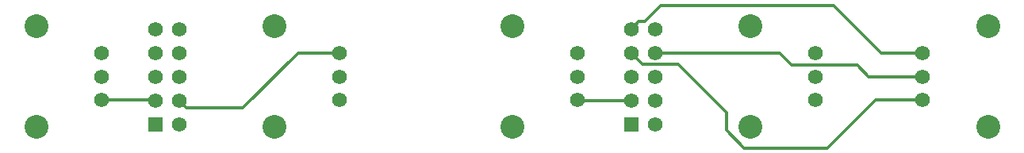
<source format=gbr>
G04 #@! TF.GenerationSoftware,KiCad,Pcbnew,(5.0.2)-1*
G04 #@! TF.CreationDate,2019-01-01T19:20:52-08:00*
G04 #@! TF.ProjectId,500-1140,3530302d-3131-4343-902e-6b696361645f,rev?*
G04 #@! TF.SameCoordinates,Original*
G04 #@! TF.FileFunction,Copper,L1,Top*
G04 #@! TF.FilePolarity,Positive*
%FSLAX46Y46*%
G04 Gerber Fmt 4.6, Leading zero omitted, Abs format (unit mm)*
G04 Created by KiCad (PCBNEW (5.0.2)-1) date 1/1/2019 7:20:52 PM*
%MOMM*%
%LPD*%
G01*
G04 APERTURE LIST*
G04 #@! TA.AperFunction,ComponentPad*
%ADD10R,1.574800X1.574800*%
G04 #@! TD*
G04 #@! TA.AperFunction,ComponentPad*
%ADD11C,1.574800*%
G04 #@! TD*
G04 #@! TA.AperFunction,ComponentPad*
%ADD12C,2.540000*%
G04 #@! TD*
G04 #@! TA.AperFunction,Conductor*
%ADD13C,0.304800*%
G04 #@! TD*
G04 APERTURE END LIST*
D10*
G04 #@! TO.P,P1,1*
G04 #@! TO.N,Net-(P1-Pad1)*
X78740000Y-71120000D03*
D11*
G04 #@! TO.P,P1,2*
G04 #@! TO.N,Net-(P1-Pad2)*
X81280000Y-71120000D03*
G04 #@! TO.P,P1,3*
G04 #@! TO.N,Net-(P1-Pad3)*
X78740000Y-68580000D03*
G04 #@! TO.P,P1,4*
G04 #@! TO.N,Net-(P1-Pad4)*
X81280000Y-68580000D03*
G04 #@! TO.P,P1,5*
G04 #@! TO.N,Net-(P1-Pad5)*
X78740000Y-66040000D03*
G04 #@! TO.P,P1,6*
G04 #@! TO.N,Net-(P1-Pad6)*
X81280000Y-66040000D03*
G04 #@! TO.P,P1,7*
G04 #@! TO.N,N/C*
X78740000Y-63500000D03*
G04 #@! TO.P,P1,8*
X81280000Y-63500000D03*
G04 #@! TO.P,P1,9*
X78740000Y-60960000D03*
G04 #@! TO.P,P1,10*
X81280000Y-60960000D03*
G04 #@! TD*
G04 #@! TO.P,R1,1*
G04 #@! TO.N,Net-(P1-Pad3)*
X73040000Y-68540000D03*
G04 #@! TO.P,R1,2*
G04 #@! TO.N,Net-(P1-Pad2)*
X73040000Y-66040000D03*
G04 #@! TO.P,R1,3*
G04 #@! TO.N,Net-(P1-Pad1)*
X73040000Y-63540000D03*
D12*
G04 #@! TO.P,R1,4*
G04 #@! TO.N,N/C*
X66040000Y-60640000D03*
G04 #@! TO.P,R1,5*
X66040000Y-71440000D03*
G04 #@! TD*
G04 #@! TO.P,R2,5*
G04 #@! TO.N,N/C*
X91440000Y-71440000D03*
G04 #@! TO.P,R2,4*
X91440000Y-60640000D03*
D11*
G04 #@! TO.P,R2,3*
G04 #@! TO.N,Net-(P1-Pad4)*
X98440000Y-63540000D03*
G04 #@! TO.P,R2,2*
G04 #@! TO.N,Net-(P1-Pad5)*
X98440000Y-66040000D03*
G04 #@! TO.P,R2,1*
G04 #@! TO.N,Net-(P1-Pad6)*
X98440000Y-68540000D03*
G04 #@! TD*
G04 #@! TO.P,R3,1*
G04 #@! TO.N,Net-(P2-Pad3)*
X123840000Y-68540000D03*
G04 #@! TO.P,R3,2*
G04 #@! TO.N,Net-(P2-Pad2)*
X123840000Y-66040000D03*
G04 #@! TO.P,R3,3*
G04 #@! TO.N,Net-(P2-Pad1)*
X123840000Y-63540000D03*
D12*
G04 #@! TO.P,R3,4*
G04 #@! TO.N,N/C*
X116840000Y-60640000D03*
G04 #@! TO.P,R3,5*
X116840000Y-71440000D03*
G04 #@! TD*
G04 #@! TO.P,R4,5*
G04 #@! TO.N,N/C*
X142240000Y-71440000D03*
G04 #@! TO.P,R4,4*
X142240000Y-60640000D03*
D11*
G04 #@! TO.P,R4,3*
G04 #@! TO.N,Net-(P2-Pad4)*
X149240000Y-63540000D03*
G04 #@! TO.P,R4,2*
G04 #@! TO.N,Net-(P2-Pad5)*
X149240000Y-66040000D03*
G04 #@! TO.P,R4,1*
G04 #@! TO.N,Net-(P2-Pad6)*
X149240000Y-68540000D03*
G04 #@! TD*
G04 #@! TO.P,R5,1*
G04 #@! TO.N,Net-(P2-Pad9)*
X160640000Y-63540000D03*
G04 #@! TO.P,R5,2*
G04 #@! TO.N,Net-(P2-Pad8)*
X160640000Y-66040000D03*
G04 #@! TO.P,R5,3*
G04 #@! TO.N,Net-(P2-Pad7)*
X160640000Y-68540000D03*
D12*
G04 #@! TO.P,R5,4*
G04 #@! TO.N,N/C*
X167640000Y-71440000D03*
G04 #@! TO.P,R5,5*
X167640000Y-60640000D03*
G04 #@! TD*
D10*
G04 #@! TO.P,P2,1*
G04 #@! TO.N,Net-(P2-Pad1)*
X129540000Y-71120000D03*
D11*
G04 #@! TO.P,P2,2*
G04 #@! TO.N,Net-(P2-Pad2)*
X132080000Y-71120000D03*
G04 #@! TO.P,P2,3*
G04 #@! TO.N,Net-(P2-Pad3)*
X129540000Y-68580000D03*
G04 #@! TO.P,P2,4*
G04 #@! TO.N,Net-(P2-Pad4)*
X132080000Y-68580000D03*
G04 #@! TO.P,P2,5*
G04 #@! TO.N,Net-(P2-Pad5)*
X129540000Y-66040000D03*
G04 #@! TO.P,P2,6*
G04 #@! TO.N,Net-(P2-Pad6)*
X132080000Y-66040000D03*
G04 #@! TO.P,P2,7*
G04 #@! TO.N,Net-(P2-Pad7)*
X129540000Y-63500000D03*
G04 #@! TO.P,P2,8*
G04 #@! TO.N,Net-(P2-Pad8)*
X132080000Y-63500000D03*
G04 #@! TO.P,P2,9*
G04 #@! TO.N,Net-(P2-Pad9)*
X129540000Y-60960000D03*
G04 #@! TO.P,P2,10*
G04 #@! TO.N,N/C*
X132080000Y-60960000D03*
G04 #@! TD*
D13*
G04 #@! TO.N,Net-(P1-Pad3)*
X78700000Y-68540000D02*
X78740000Y-68580000D01*
X73040000Y-68540000D02*
X78700000Y-68540000D01*
G04 #@! TO.N,Net-(P1-Pad4)*
X82067399Y-69367399D02*
X88112601Y-69367399D01*
X81280000Y-68580000D02*
X82067399Y-69367399D01*
X88112601Y-69367399D02*
X93980000Y-63500000D01*
X94020000Y-63540000D02*
X98440000Y-63540000D01*
X93980000Y-63500000D02*
X94020000Y-63540000D01*
G04 #@! TO.N,Net-(P2-Pad3)*
X123880000Y-68580000D02*
X123840000Y-68540000D01*
X129540000Y-68580000D02*
X123880000Y-68580000D01*
G04 #@! TO.N,Net-(P2-Pad7)*
X155615000Y-68540000D02*
X160640000Y-68540000D01*
X150495000Y-73660000D02*
X155615000Y-68540000D01*
X130784601Y-64744601D02*
X134594601Y-64744601D01*
X129540000Y-63500000D02*
X130784601Y-64744601D01*
X134594601Y-64744601D02*
X139700000Y-69850000D01*
X139700000Y-69850000D02*
X139700000Y-71755000D01*
X139700000Y-71755000D02*
X141605000Y-73660000D01*
X141605000Y-73660000D02*
X150495000Y-73660000D01*
G04 #@! TO.N,Net-(P2-Pad8)*
X154910798Y-66040000D02*
X160640000Y-66040000D01*
X153655399Y-64784601D02*
X154910798Y-66040000D01*
X146699601Y-64784601D02*
X153655399Y-64784601D01*
X132080000Y-63500000D02*
X145415000Y-63500000D01*
X145415000Y-63500000D02*
X146699601Y-64784601D01*
G04 #@! TO.N,Net-(P2-Pad9)*
X130327399Y-60172601D02*
X130962399Y-60172601D01*
X129540000Y-60960000D02*
X130327399Y-60172601D01*
X130962399Y-60172601D02*
X132715000Y-58420000D01*
X132715000Y-58420000D02*
X151130000Y-58420000D01*
X156250000Y-63540000D02*
X160640000Y-63540000D01*
X151130000Y-58420000D02*
X156250000Y-63540000D01*
G04 #@! TD*
M02*

</source>
